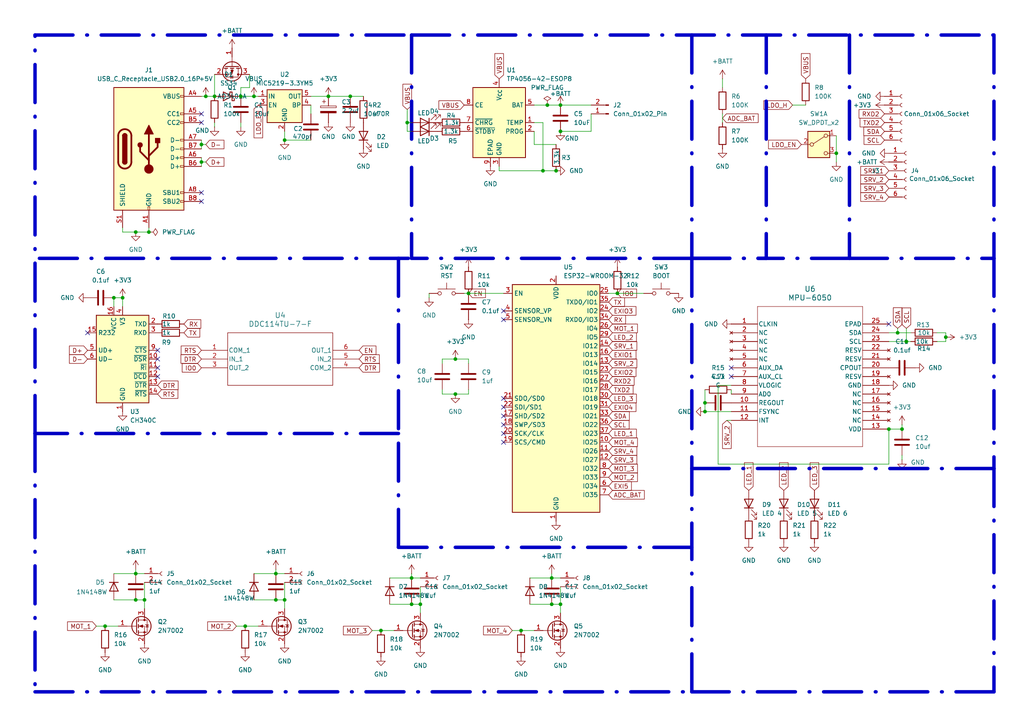
<source format=kicad_sch>
(kicad_sch (version 20250114) (generator "eeschema") (generator_version "9.0")
  (paper "A4")
  (junction (at 160.02 167.64))
  (junction (at 39.37 166.37))
  (junction (at 157.48 49.53))
  (junction (at 80.01 166.37))
  (junction (at 274.32 97.79))
  (junction (at 204.47 116.84))
  (junction (at 162.56 30.48))
  (junction (at 242.57 44.45))
  (junction (at 62.23 27.94))
  (junction (at 30.48 181.61))
  (junction (at 35.56 86.36))
  (junction (at 82.55 173.99))
  (junction (at 161.29 49.53))
  (junction (at 118.11 35.56))
  (junction (at 261.62 124.46))
  (junction (at 82.55 40.64))
  (junction (at 204.47 119.38))
  (junction (at 58.42 46.99))
  (junction (at 132.08 104.14))
  (junction (at 80.01 173.99))
  (junction (at 162.56 38.1))
  (junction (at 151.13 182.88))
  (junction (at 33.02 86.36))
  (junction (at 39.37 173.99))
  (junction (at 257.81 124.46))
  (junction (at 73.66 27.94))
  (junction (at 179.07 85.09))
  (junction (at 71.12 181.61))
  (junction (at 119.38 167.64))
  (junction (at 39.37 67.31))
  (junction (at 110.49 182.88))
  (junction (at 260.35 96.52))
  (junction (at 135.89 85.09))
  (junction (at 41.91 173.99))
  (junction (at 95.25 27.94))
  (junction (at 58.42 41.91))
  (junction (at 121.92 175.26))
  (junction (at 160.02 175.26))
  (junction (at 158.75 30.48))
  (junction (at 69.85 27.94))
  (junction (at 59.69 27.94))
  (junction (at 43.18 67.31))
  (junction (at 132.08 114.3))
  (junction (at 162.56 175.26))
  (junction (at 101.6 27.94))
  (junction (at 262.89 99.06))
  (junction (at 119.38 175.26))
  (no_connect (at 257.81 93.98))
  (no_connect (at 212.09 106.68))
  (no_connect (at 146.05 120.65))
  (no_connect (at 146.05 118.11))
  (no_connect (at 146.05 123.19))
  (no_connect (at 146.05 125.73))
  (no_connect (at 58.42 35.56))
  (no_connect (at 146.05 115.57))
  (no_connect (at 212.09 109.22))
  (no_connect (at 146.05 90.17))
  (no_connect (at 45.72 109.22))
  (no_connect (at 58.42 55.88))
  (no_connect (at 45.72 101.6))
  (no_connect (at 45.72 104.14))
  (no_connect (at 25.4 96.52))
  (no_connect (at 45.72 106.68))
  (no_connect (at 146.05 92.71))
  (no_connect (at 146.05 128.27))
  (no_connect (at 58.42 33.02))
  (no_connect (at 58.42 58.42))
  (wire (pts (xy 69.85 25.4) (xy 69.85 27.94)))
  (wire (pts (xy 260.35 95.25) (xy 260.35 96.52)))
  (wire (pts (xy 157.48 35.56) (xy 157.48 49.53)))
  (wire (pts (xy 82.55 173.99) (xy 82.55 168.91)))
  (wire (pts (xy 69.85 36.83) (xy 69.85 35.56)))
  (wire (pts (xy 160.02 166.37) (xy 160.02 167.64)))
  (polyline (pts (xy 10.16 200.66) (xy 200.66 200.66)) (stroke (width 1) (type dash_dot)))
  (wire (pts (xy 154.94 30.48) (xy 158.75 30.48)))
  (wire (pts (xy 261.62 133.35) (xy 261.62 132.08)))
  (wire (pts (xy 153.67 167.64) (xy 160.02 167.64)))
  (polyline (pts (xy 115.57 158.75) (xy 115.57 125.73)) (stroke (width 1) (type dash_dot)))
  (wire (pts (xy 157.48 49.53) (xy 144.78 49.53)))
  (wire (pts (xy 271.78 99.06) (xy 274.32 99.06)))
  (polyline (pts (xy 200.66 74.93) (xy 222.25 74.93)) (stroke (width 1) (type dash_dot)))
  (wire (pts (xy 118.11 35.56) (xy 119.38 35.56)))
  (wire (pts (xy 124.46 86.36) (xy 124.46 85.09)))
  (wire (pts (xy 33.02 88.9) (xy 33.02 86.36)))
  (polyline (pts (xy 119.38 10.16) (xy 288.29 10.16)) (stroke (width 1) (type dash_dot)))
  (polyline (pts (xy 222.25 10.16) (xy 222.25 74.93)) (stroke (width 1) (type dash_dot)))
  (polyline (pts (xy 288.29 74.93) (xy 288.29 135.89)) (stroke (width 1) (type dash_dot)))
  (wire (pts (xy 118.11 35.56) (xy 118.11 31.75)))
  (wire (pts (xy 208.28 111.76) (xy 212.09 111.76)))
  (wire (pts (xy 171.45 33.02) (xy 171.45 38.1)))
  (wire (pts (xy 208.28 134.62) (xy 208.28 111.76)))
  (wire (pts (xy 95.25 27.94) (xy 101.6 27.94)))
  (wire (pts (xy 33.02 173.99) (xy 39.37 173.99)))
  (wire (pts (xy 271.78 96.52) (xy 274.32 96.52)))
  (wire (pts (xy 90.17 27.94) (xy 95.25 27.94)))
  (wire (pts (xy 73.66 166.37) (xy 80.01 166.37)))
  (wire (pts (xy 73.66 173.99) (xy 80.01 173.99)))
  (polyline (pts (xy 288.29 135.89) (xy 200.66 135.89)) (stroke (width 1) (type dash_dot)))
  (wire (pts (xy 162.56 175.26) (xy 162.56 170.18)))
  (wire (pts (xy 154.94 41.91) (xy 154.94 38.1)))
  (wire (pts (xy 135.89 105.41) (xy 135.89 104.14)))
  (wire (pts (xy 82.55 40.64) (xy 82.55 38.1)))
  (wire (pts (xy 72.39 25.4) (xy 69.85 25.4)))
  (polyline (pts (xy 246.38 74.93) (xy 222.25 74.93)) (stroke (width 1) (type dash_dot)))
  (wire (pts (xy 118.11 38.1) (xy 118.11 35.56)))
  (wire (pts (xy 41.91 173.99) (xy 41.91 168.91)))
  (wire (pts (xy 151.13 182.88) (xy 154.94 182.88)))
  (wire (pts (xy 101.6 27.94) (xy 105.41 27.94)))
  (wire (pts (xy 59.69 41.91) (xy 58.42 41.91)))
  (wire (pts (xy 171.45 38.1) (xy 162.56 38.1)))
  (polyline (pts (xy 246.38 74.93) (xy 288.29 74.93)) (stroke (width 1) (type dash_dot)))
  (polyline (pts (xy 288.29 200.66) (xy 200.66 200.66)) (stroke (width 1) (type dash_dot)))
  (wire (pts (xy 58.42 27.94) (xy 59.69 27.94)))
  (wire (pts (xy 153.67 175.26) (xy 160.02 175.26)))
  (wire (pts (xy 39.37 165.1) (xy 39.37 166.37)))
  (wire (pts (xy 59.69 27.94) (xy 62.23 27.94)))
  (wire (pts (xy 132.08 104.14) (xy 135.89 104.14)))
  (wire (pts (xy 80.01 166.37) (xy 82.55 166.37)))
  (wire (pts (xy 261.62 123.19) (xy 261.62 124.46)))
  (wire (pts (xy 134.62 85.09) (xy 135.89 85.09)))
  (wire (pts (xy 33.02 166.37) (xy 39.37 166.37)))
  (polyline (pts (xy 200.66 158.75) (xy 115.57 158.75)) (stroke (width 1) (type dash_dot)))
  (polyline (pts (xy 10.16 125.73) (xy 10.16 200.66)) (stroke (width 1) (type dash_dot)))
  (wire (pts (xy 209.55 22.86) (xy 209.55 25.4)))
  (wire (pts (xy 144.78 49.53) (xy 144.78 48.26)))
  (wire (pts (xy 82.55 176.53) (xy 82.55 173.99)))
  (wire (pts (xy 82.55 173.99) (xy 80.01 173.99)))
  (wire (pts (xy 69.85 27.94) (xy 73.66 27.94)))
  (wire (pts (xy 107.95 182.88) (xy 110.49 182.88)))
  (wire (pts (xy 212.09 113.03) (xy 212.09 114.3)))
  (polyline (pts (xy 200.66 10.16) (xy 200.66 74.93)) (stroke (width 1) (type dash_dot)))
  (wire (pts (xy 257.81 134.62) (xy 208.28 134.62)))
  (wire (pts (xy 274.32 97.79) (xy 274.32 99.06)))
  (wire (pts (xy 121.92 175.26) (xy 121.92 170.18)))
  (wire (pts (xy 209.55 33.02) (xy 209.55 35.56)))
  (polyline (pts (xy 200.66 200.66) (xy 200.66 158.75)) (stroke (width 1) (type dash_dot)))
  (wire (pts (xy 119.38 38.1) (xy 118.11 38.1)))
  (wire (pts (xy 41.91 176.53) (xy 41.91 173.99)))
  (wire (pts (xy 72.39 21.59) (xy 72.39 25.4)))
  (polyline (pts (xy 10.16 125.73) (xy 10.16 10.16)) (stroke (width 1) (type dash_dot)))
  (wire (pts (xy 148.59 182.88) (xy 151.13 182.88)))
  (wire (pts (xy 242.57 44.45) (xy 242.57 46.99)))
  (wire (pts (xy 27.94 181.61) (xy 30.48 181.61)))
  (wire (pts (xy 160.02 167.64) (xy 162.56 167.64)))
  (polyline (pts (xy 200.66 74.93) (xy 119.38 74.93)) (stroke (width 1) (type dash_dot)))
  (wire (pts (xy 119.38 166.37) (xy 119.38 167.64)))
  (polyline (pts (xy 288.29 10.16) (xy 288.29 74.93)) (stroke (width 1) (type dash_dot)))
  (wire (pts (xy 132.08 114.3) (xy 128.27 114.3)))
  (wire (pts (xy 262.89 99.06) (xy 264.16 99.06)))
  (wire (pts (xy 161.29 41.91) (xy 154.94 41.91)))
  (polyline (pts (xy 222.25 74.93) (xy 222.25 73.66)))
  (wire (pts (xy 135.89 113.03) (xy 135.89 114.3)))
  (wire (pts (xy 33.02 86.36) (xy 35.56 86.36)))
  (wire (pts (xy 113.03 175.26) (xy 119.38 175.26)))
  (polyline (pts (xy 119.38 10.16) (xy 119.38 74.93)) (stroke (width 1) (type dash_dot)))
  (wire (pts (xy 257.81 96.52) (xy 260.35 96.52)))
  (wire (pts (xy 58.42 46.99) (xy 58.42 45.72)))
  (wire (pts (xy 119.38 167.64) (xy 121.92 167.64)))
  (wire (pts (xy 257.81 124.46) (xy 257.81 134.62)))
  (polyline (pts (xy 200.66 74.93) (xy 222.25 74.93)) (stroke (width 1) (type dash_dot)))
  (wire (pts (xy 242.57 39.37) (xy 242.57 44.45)))
  (wire (pts (xy 90.17 30.48) (xy 90.17 33.02)))
  (wire (pts (xy 30.48 181.61) (xy 34.29 181.61)))
  (wire (pts (xy 257.81 124.46) (xy 261.62 124.46)))
  (wire (pts (xy 62.23 36.83) (xy 62.23 35.56)))
  (polyline (pts (xy 200.66 74.93) (xy 200.66 158.75)) (stroke (width 1) (type dash_dot)))
  (wire (pts (xy 62.23 21.59) (xy 62.23 27.94)))
  (wire (pts (xy 58.42 46.99) (xy 58.42 48.26)))
  (wire (pts (xy 210.82 121.92) (xy 212.09 121.92)))
  (wire (pts (xy 35.56 66.04) (xy 35.56 67.31)))
  (wire (pts (xy 113.03 167.64) (xy 119.38 167.64)))
  (wire (pts (xy 43.18 66.04) (xy 43.18 67.31)))
  (wire (pts (xy 58.42 41.91) (xy 58.42 43.18)))
  (wire (pts (xy 110.49 182.88) (xy 114.3 182.88)))
  (wire (pts (xy 262.89 95.25) (xy 262.89 99.06)))
  (polyline (pts (xy 115.57 125.73) (xy 10.16 125.73)) (stroke (width 1) (type dash_dot)))
  (wire (pts (xy 68.58 181.61) (xy 71.12 181.61)))
  (wire (pts (xy 158.75 30.48) (xy 162.56 30.48)))
  (wire (pts (xy 59.69 46.99) (xy 58.42 46.99)))
  (wire (pts (xy 41.91 173.99) (xy 39.37 173.99)))
  (wire (pts (xy 162.56 175.26) (xy 160.02 175.26)))
  (wire (pts (xy 128.27 104.14) (xy 128.27 105.41)))
  (wire (pts (xy 121.92 175.26) (xy 119.38 175.26)))
  (polyline (pts (xy 11.43 74.93) (xy 119.38 74.93)) (stroke (width 1) (type dash_dot)))
  (wire (pts (xy 135.89 114.3) (xy 132.08 114.3)))
  (wire (pts (xy 39.37 67.31) (xy 43.18 67.31)))
  (wire (pts (xy 71.12 181.61) (xy 74.93 181.61)))
  (wire (pts (xy 73.66 27.94) (xy 74.93 27.94)))
  (wire (pts (xy 274.32 96.52) (xy 274.32 97.79)))
  (wire (pts (xy 132.08 104.14) (xy 128.27 104.14)))
  (wire (pts (xy 204.47 116.84) (xy 204.47 119.38)))
  (wire (pts (xy 204.47 113.03) (xy 204.47 116.84)))
  (wire (pts (xy 154.94 35.56) (xy 157.48 35.56)))
  (polyline (pts (xy 115.57 74.93) (xy 115.57 125.73)) (stroke (width 1) (type dash_dot)))
  (wire (pts (xy 128.27 114.3) (xy 128.27 113.03)))
  (wire (pts (xy 162.56 30.48) (xy 171.45 30.48)))
  (wire (pts (xy 35.56 86.36) (xy 35.56 88.9)))
  (wire (pts (xy 204.47 119.38) (xy 212.09 119.38)))
  (wire (pts (xy 121.92 177.8) (xy 121.92 175.26)))
  (wire (pts (xy 179.07 85.09) (xy 186.69 85.09)))
  (polyline (pts (xy 288.29 135.89) (xy 288.29 200.66)) (stroke (width 1) (type dash_dot)))
  (wire (pts (xy 257.81 99.06) (xy 262.89 99.06)))
  (wire (pts (xy 157.48 49.53) (xy 161.29 49.53)))
  (wire (pts (xy 260.35 96.52) (xy 264.16 96.52)))
  (wire (pts (xy 135.89 85.09) (xy 146.05 85.09)))
  (wire (pts (xy 39.37 166.37) (xy 41.91 166.37)))
  (wire (pts (xy 82.55 40.64) (xy 90.17 40.64)))
  (wire (pts (xy 162.56 177.8) (xy 162.56 175.26)))
  (wire (pts (xy 80.01 165.1) (xy 80.01 166.37)))
  (wire (pts (xy 176.53 85.09) (xy 179.07 85.09)))
  (wire (pts (xy 58.42 41.91) (xy 58.42 40.64)))
  (wire (pts (xy 35.56 67.31) (xy 39.37 67.31)))
  (wire (pts (xy 229.87 30.48) (xy 233.68 30.48)))
  (polyline (pts (xy 10.16 10.16) (xy 119.38 10.16)) (stroke (width 1) (type dash_dot)))
  (polyline (pts (xy 246.38 10.16) (xy 246.38 74.93)) (stroke (width 1) (type dash_dot)))
  (global_label "SRV_1" (shape input) (at 176.53 100.33 0) (property "Intersheetrefs" "${INTERSHEET_REFS}" (effects (hide yes))))
  (global_label "DTR" (shape input) (at 58.42 104.14 180) (property "Intersheetrefs" "${INTERSHEET_REFS}" (effects (hide yes))))
  (global_label "SRV_1" (shape input) (at 257.81 49.53 180) (property "Intersheetrefs" "${INTERSHEET_REFS}" (effects (hide yes))))
  (global_label "RTS" (shape input) (at 45.72 114.3 0) (property "Intersheetrefs" "${INTERSHEET_REFS}" (effects (hide yes))))
  (global_label "D+" (shape input) (at 59.69 46.99 0) (property "Intersheetrefs" "${INTERSHEET_REFS}" (effects (hide yes))))
  (global_label "D+" (shape input) (at 25.4 101.6 180) (property "Intersheetrefs" "${INTERSHEET_REFS}" (effects (hide yes))))
  (global_label "MOT_1" (shape input) (at 27.94 181.61 180) (property "Intersheetrefs" "${INTERSHEET_REFS}" (effects (hide yes))))
  (global_label "SRV_4" (shape input) (at 176.53 130.81 0) (property "Intersheetrefs" "${INTERSHEET_REFS}" (effects (hide yes))))
  (global_label "EN" (shape input) (at 135.89 85.09 0) (property "Intersheetrefs" "${INTERSHEET_REFS}" (effects (hide yes))))
  (global_label "RTS" (shape input) (at 58.42 101.6 180) (property "Intersheetrefs" "${INTERSHEET_REFS}" (effects (hide yes))))
  (global_label "EXIO1" (shape input) (at 176.53 102.87 0) (property "Intersheetrefs" "${INTERSHEET_REFS}" (effects (hide yes))))
  (global_label "EN" (shape input) (at 104.14 101.6 0) (property "Intersheetrefs" "${INTERSHEET_REFS}" (effects (hide yes))))
  (global_label "LED_3" (shape input) (at 176.53 115.57 0) (property "Intersheetrefs" "${INTERSHEET_REFS}" (effects (hide yes))))
  (global_label "LED_2" (shape input) (at 227.33 142.24 90) (property "Intersheetrefs" "${INTERSHEET_REFS}" (effects (hide yes))))
  (global_label "LDO_EN" (shape input) (at 232.41 41.91 180) (property "Intersheetrefs" "${INTERSHEET_REFS}" (effects (hide yes))))
  (global_label "LDO_H" (shape input) (at 229.87 30.48 180) (property "Intersheetrefs" "${INTERSHEET_REFS}" (effects (hide yes))))
  (global_label "SCL" (shape input) (at 256.54 40.64 180) (property "Intersheetrefs" "${INTERSHEET_REFS}" (effects (hide yes))))
  (global_label "SDA" (shape input) (at 256.54 38.1 180) (property "Intersheetrefs" "${INTERSHEET_REFS}" (effects (hide yes))))
  (global_label "VBUS" (shape input) (at 144.78 22.86 90) (property "Intersheetrefs" "${INTERSHEET_REFS}" (effects (hide yes))))
  (global_label "SCL" (shape input) (at 176.53 123.19 0) (property "Intersheetrefs" "${INTERSHEET_REFS}" (effects (hide yes))))
  (global_label "MOT_3" (shape input) (at 107.95 182.88 180) (property "Intersheetrefs" "${INTERSHEET_REFS}" (effects (hide yes))))
  (global_label "LED_3" (shape input) (at 236.22 142.24 90) (property "Intersheetrefs" "${INTERSHEET_REFS}" (effects (hide yes))))
  (global_label "MOT_2" (shape input) (at 176.53 138.43 0) (property "Intersheetrefs" "${INTERSHEET_REFS}" (effects (hide yes))))
  (global_label "MOT_3" (shape input) (at 176.53 135.89 0) (property "Intersheetrefs" "${INTERSHEET_REFS}" (effects (hide yes))))
  (global_label "LDO_EN" (shape input) (at 74.93 30.48 270) (property "Intersheetrefs" "${INTERSHEET_REFS}" (effects (hide yes))))
  (global_label "DTR" (shape input) (at 45.72 111.76 0) (property "Intersheetrefs" "${INTERSHEET_REFS}" (effects (hide yes))))
  (global_label "ADC_BAT" (shape input) (at 176.53 143.51 0) (property "Intersheetrefs" "${INTERSHEET_REFS}" (effects (hide yes))))
  (global_label "SCL" (shape input) (at 262.89 95.25 90) (property "Intersheetrefs" "${INTERSHEET_REFS}" (effects (hide yes))))
  (global_label "VBUS" (shape input) (at 134.62 30.48 180) (property "Intersheetrefs" "${INTERSHEET_REFS}" (effects (hide yes))))
  (global_label "D-" (shape input) (at 59.69 41.91 0) (property "Intersheetrefs" "${INTERSHEET_REFS}" (effects (hide yes))))
  (global_label "EXIO4" (shape input) (at 176.53 118.11 0) (property "Intersheetrefs" "${INTERSHEET_REFS}" (effects (hide yes))))
  (global_label "SDA" (shape input) (at 176.53 120.65 0) (property "Intersheetrefs" "${INTERSHEET_REFS}" (effects (hide yes))))
  (global_label "LED_1" (shape input) (at 176.53 125.73 0) (property "Intersheetrefs" "${INTERSHEET_REFS}" (effects (hide yes))))
  (global_label "IO0" (shape input) (at 179.07 85.09 0) (property "Intersheetrefs" "${INTERSHEET_REFS}" (effects (hide yes))))
  (global_label "TX" (shape input) (at 176.53 87.63 0) (property "Intersheetrefs" "${INTERSHEET_REFS}" (effects (hide yes))))
  (global_label "EXIO2" (shape input) (at 176.53 107.95 0) (property "Intersheetrefs" "${INTERSHEET_REFS}" (effects (hide yes))))
  (global_label "MOT_4" (shape input) (at 148.59 182.88 180) (property "Intersheetrefs" "${INTERSHEET_REFS}" (effects (hide yes))))
  (global_label "RXD2" (shape input) (at 256.54 33.02 180) (property "Intersheetrefs" "${INTERSHEET_REFS}" (effects (hide yes))))
  (global_label "EXIO3" (shape input) (at 176.53 90.17 0) (property "Intersheetrefs" "${INTERSHEET_REFS}" (effects (hide yes))))
  (global_label "SRV_3" (shape input) (at 257.81 54.61 180) (property "Intersheetrefs" "${INTERSHEET_REFS}" (effects (hide yes))))
  (global_label "MOT_1" (shape input) (at 176.53 95.25 0) (property "Intersheetrefs" "${INTERSHEET_REFS}" (effects (hide yes))))
  (global_label "LED_1" (shape input) (at 217.17 142.24 90) (property "Intersheetrefs" "${INTERSHEET_REFS}" (effects (hide yes))))
  (global_label "SRV_3" (shape input) (at 176.53 133.35 0) (property "Intersheetrefs" "${INTERSHEET_REFS}" (effects (hide yes))))
  (global_label "SRV_2" (shape input) (at 257.81 52.07 180) (property "Intersheetrefs" "${INTERSHEET_REFS}" (effects (hide yes))))
  (global_label "SDA" (shape input) (at 260.35 95.25 90) (property "Intersheetrefs" "${INTERSHEET_REFS}" (effects (hide yes))))
  (global_label "RX" (shape input) (at 176.53 92.71 0) (property "Intersheetrefs" "${INTERSHEET_REFS}" (effects (hide yes))))
  (global_label "VBUS" (shape input) (at 118.11 31.75 90) (property "Intersheetrefs" "${INTERSHEET_REFS}" (effects (hide yes))))
  (global_label "RTS" (shape input) (at 104.14 104.14 0) (property "Intersheetrefs" "${INTERSHEET_REFS}" (effects (hide yes))))
  (global_label "SRV_4" (shape input) (at 257.81 57.15 180) (property "Intersheetrefs" "${INTERSHEET_REFS}" (effects (hide yes))))
  (global_label "SRV_2" (shape input) (at 210.82 121.92 270) (property "Intersheetrefs" "${INTERSHEET_REFS}" (effects (hide yes))))
  (global_label "EXI5" (shape input) (at 176.53 140.97 0) (property "Intersheetrefs" "${INTERSHEET_REFS}" (effects (hide yes))))
  (global_label "TXD2" (shape input) (at 176.53 113.03 0) (property "Intersheetrefs" "${INTERSHEET_REFS}" (effects (hide yes))))
  (global_label "RXD2" (shape input) (at 176.53 110.49 0) (property "Intersheetrefs" "${INTERSHEET_REFS}" (effects (hide yes))))
  (global_label "TXD2" (shape input) (at 256.54 35.56 180) (property "Intersheetrefs" "${INTERSHEET_REFS}" (effects (hide yes))))
  (global_label "MOT_4" (shape input) (at 176.53 128.27 0) (property "Intersheetrefs" "${INTERSHEET_REFS}" (effects (hide yes))))
  (global_label "DTR" (shape input) (at 104.14 106.68 0) (property "Intersheetrefs" "${INTERSHEET_REFS}" (effects (hide yes))))
  (global_label "MOT_2" (shape input) (at 68.58 181.61 180) (property "Intersheetrefs" "${INTERSHEET_REFS}" (effects (hide yes))))
  (global_label "SRV_2" (shape input) (at 176.53 105.41 0) (property "Intersheetrefs" "${INTERSHEET_REFS}" (effects (hide yes))))
  (global_label "LED_2" (shape input) (at 176.53 97.79 0) (property "Intersheetrefs" "${INTERSHEET_REFS}" (effects (hide yes))))
  (global_label "RX" (shape input) (at 53.34 93.98 0) (property "Intersheetrefs" "${INTERSHEET_REFS}" (effects (hide yes))))
  (global_label "ADC_BAT" (shape input) (at 209.55 34.29 0) (property "Intersheetrefs" "${INTERSHEET_REFS}" (effects (hide yes))))
  (global_label "VBUS" (shape input) (at 233.68 22.86 90) (property "Intersheetrefs" "${INTERSHEET_REFS}" (effects (hide yes))))
  (global_label "IO0" (shape input) (at 58.42 106.68 180) (property "Intersheetrefs" "${INTERSHEET_REFS}" (effects (hide yes))))
  (global_label "D-" (shape input) (at 25.4 104.14 180) (property "Intersheetrefs" "${INTERSHEET_REFS}" (effects (hide yes))))
  (global_label "TX" (shape input) (at 53.34 96.52 0) (property "Intersheetrefs" "${INTERSHEET_REFS}" (effects (hide yes))))
  (symbol (lib_id "power:GND") (at 69.85 36.83 0) (unit 1)
    (property "Reference" "#PWR05" (effects (hide yes)))
    (property "Value" "GND" (at 69.85 41.91 0))
    (property "Description" "Power symbol creates a global label with name \"GND\" , ground" (effects (hide yes)))
  )
  (symbol (lib_id "Device:LED") (at 236.22 146.05 90) (unit 1)
    (property "Reference" "D11" (at 240.03 146.3674 90) (effects (justify right)))
    (property "Value" "LED 6" (at 240.03 148.9074 90) (effects (justify right)))
    (property "Footprint" "LED_SMD:LED_0603_1608Metric" (effects (hide yes)))
    (property "Description" "Light emitting diode" (effects (hide yes)))
    (property "Sim.Pins" "1=K 2=A" (effects (hide yes)))
  )
  (symbol (lib_id "2025-10-27_02-14-46:DDC114TU-7-F") (at 58.42 101.6 0) (unit 1)
    (property "Reference" "U4" (at 81.28 91.44 0) (effects (font (size 1.524 1.524))))
    (property "Value" "DDC114TU-7-F" (at 81.28 93.98 0) (effects (font (size 1.524 1.524))))
    (property "Footprint" "DDC:SOT_363_DIO" (effects (hide yes)))
    (property "Datasheet" "DDC114TU-7-F" (effects (hide yes)))
  )
  (symbol (lib_id "Device:R") (at 209.55 39.37 0) (unit 1)
    (property "Reference" "R7" (at 212.09 38.0999 0) (effects (justify left)))
    (property "Value" "100K" (at 212.09 40.6399 0) (effects (justify left)))
    (property "Footprint" "Resistor_SMD:R_0603_1608Metric" (effects (hide yes)))
    (property "Description" "Resistor" (effects (hide yes)))
  )
  (symbol (lib_id "Connector:Conn_01x06_Socket") (at 262.89 49.53 0) (unit 1)
    (property "Reference" "J4" (at 264.16 49.5299 0) (effects (justify left)))
    (property "Value" "Conn_01x06_Socket" (at 263.652 51.816 0) (effects (justify left)))
    (property "Footprint" "Connector_PinHeader_2.54mm:PinHeader_1x06_P2.54mm_Vertical" (effects (hide yes)))
    (property "Description" "Generic connector, single row, 01x06, script generated" (effects (hide yes)))
  )
  (symbol (lib_id "Device:R") (at 130.81 35.56 90) (unit 1)
    (property "Reference" "R4" (at 130.81 33.528 90))
    (property "Value" "1.3k" (at 131.064 35.56 90))
    (property "Footprint" "Resistor_SMD:R_0603_1608Metric" (effects (hide yes)))
    (property "Description" "Resistor" (effects (hide yes)))
  )
  (symbol (lib_id "power:+BATT") (at 160.02 166.37 0) (unit 1)
    (property "Reference" "#PWR051" (effects (hide yes)))
    (property "Value" "+BATT" (at 160.02 161.29 0))
    (property "Description" "Power symbol creates a global label with name \"+BATT\"" (effects (hide yes)))
  )
  (symbol (lib_id "Transistor_FET:2N7002") (at 160.02 182.88 0) (unit 1)
    (property "Reference" "Q5" (at 166.37 181.6099 0) (effects (justify left)))
    (property "Value" "2N7002" (at 166.37 184.1499 0) (effects (justify left)))
    (property "Footprint" "Package_TO_SOT_SMD:SOT-23" (effects (hide yes)))
    (property "Datasheet" "https://www.onsemi.com/pub/Collateral/NDS7002A-D.PDF" (effects (hide yes)))
    (property "Description" "0.115A Id, 60V Vds, N-Channel MOSFET, SOT-23" (effects (hide yes)))
  )
  (symbol (lib_id "power:+3V3") (at 95.25 27.94 0) (unit 1)
    (property "Reference" "#PWR08" (effects (hide yes)))
    (property "Value" "+3V3" (at 95.25 22.86 0))
    (property "Description" "Power symbol creates a global label with name \"+3V3\"" (effects (hide yes)))
  )
  (symbol (lib_id "power:GND") (at 261.62 133.35 0) (unit 1)
    (property "Reference" "#PWR038" (effects (hide yes)))
    (property "Value" "GND" (at 266.192 134.112 0))
    (property "Description" "Power symbol creates a global label with name \"GND\" , ground" (effects (hide yes)))
  )
  (symbol (lib_id "Device:LED") (at 227.33 146.05 90) (unit 1)
    (property "Reference" "D10" (at 231.14 146.3674 90) (effects (justify right)))
    (property "Value" "LED 5" (at 231.14 148.9074 90) (effects (justify right)))
    (property "Footprint" "LED_SMD:LED_0603_1608Metric" (effects (hide yes)))
    (property "Description" "Light emitting diode" (effects (hide yes)))
    (property "Sim.Pins" "1=K 2=A" (effects (hide yes)))
  )
  (symbol (lib_id "Device:C") (at 29.21 86.36 90) (unit 1)
    (property "Reference" "C6" (at 29.21 78.74 90))
    (property "Value" "0.1uf" (at 29.21 81.28 90))
    (property "Footprint" "Capacitor_SMD:C_0603_1608Metric" (effects (hide yes)))
    (property "Description" "Unpolarized capacitor" (effects (hide yes)))
  )
  (symbol (lib_id "Diode:1N4148W") (at 33.02 170.18 270) (unit 1)
    (property "Reference" "D5" (at 27.686 168.91 90) (effects (justify left)))
    (property "Value" "1N4148W" (at 22.098 171.704 90) (effects (justify left)))
    (property "Footprint" "Diode_SMD:D_SOD-123" (effects (hide yes)))
    (property "Datasheet" "https://www.vishay.com/docs/85748/1n4148w.pdf" (effects (hide yes)))
    (property "Description" "75V 0.15A Fast Switching Diode, SOD-123" (effects (hide yes)))
    (property "Sim.Device" "D" (effects (hide yes)))
    (property "Sim.Pins" "1=K 2=A" (effects (hide yes)))
  )
  (symbol (lib_id "Device:LED") (at 123.19 35.56 180) (unit 1)
    (property "Reference" "D4" (at 125.984 32.258 0))
    (property "Value" "LED" (at 122.936 32.766 0))
    (property "Footprint" "LED_SMD:LED_0603_1608Metric" (effects (hide yes)))
    (property "Description" "Light emitting diode" (effects (hide yes)))
    (property "Sim.Pins" "1=K 2=A" (effects (hide yes)))
  )
  (symbol (lib_id "power:GND") (at 25.4 86.36 270) (unit 1)
    (property "Reference" "#PWR025" (effects (hide yes)))
    (property "Value" "GND" (at 21.59 86.3599 90) (effects (justify right)))
    (property "Description" "Power symbol creates a global label with name \"GND\" , ground" (effects (hide yes)))
  )
  (symbol (lib_id "power:GND") (at 71.12 189.23 0) (unit 1)
    (property "Reference" "#PWR044" (effects (hide yes)))
    (property "Value" "GND" (at 71.12 194.31 0))
    (property "Description" "Power symbol creates a global label with name \"GND\" , ground" (effects (hide yes)))
  )
  (symbol (lib_id "Device:C") (at 101.6 31.75 0) (unit 1)
    (property "Reference" "C4" (at 105.41 30.4799 0) (effects (justify left)))
    (property "Value" "10uf" (at 105.41 33.0199 0) (effects (justify left)))
    (property "Footprint" "Capacitor_SMD:C_0603_1608Metric" (effects (hide yes)))
    (property "Description" "Unpolarized capacitor" (effects (hide yes)))
  )
  (symbol (lib_id "power:+BATT") (at 209.55 22.86 0) (unit 1)
    (property "Reference" "#PWR016" (effects (hide yes)))
    (property "Value" "+BATT" (at 209.55 17.78 0))
    (property "Description" "Power symbol creates a global label with name \"+BATT\"" (effects (hide yes)))
  )
  (symbol (lib_id "power:PWR_FLAG") (at 158.75 30.48 0) (unit 1)
    (property "Reference" "#FLG02" (effects (hide yes)))
    (property "Value" "PWR_FLAG" (at 158.75 25.4 0))
    (property "Description" "Special symbol for telling ERC where power comes from" (effects (hide yes)))
  )
  (symbol (lib_id "Device:R") (at 151.13 186.69 0) (unit 1)
    (property "Reference" "R19" (at 153.67 185.4199 0) (effects (justify left)))
    (property "Value" "10k" (at 153.67 187.9599 0) (effects (justify left)))
    (property "Footprint" "Resistor_SMD:R_0603_1608Metric" (effects (hide yes)))
    (property "Description" "Resistor" (effects (hide yes)))
  )
  (symbol (lib_id "power:+BATT") (at 119.38 166.37 0) (unit 1)
    (property "Reference" "#PWR048" (effects (hide yes)))
    (property "Value" "+BATT" (at 119.38 161.29 0))
    (property "Description" "Power symbol creates a global label with name \"+BATT\"" (effects (hide yes)))
  )
  (symbol (lib_id "power:GND") (at 161.29 49.53 90) (unit 1)
    (property "Reference" "#PWR012" (effects (hide yes)))
    (property "Value" "GND" (at 165.1 49.5299 90) (effects (justify right)))
    (property "Description" "Power symbol creates a global label with name \"GND\" , ground" (effects (hide yes)))
  )
  (symbol (lib_id "Device:R") (at 227.33 153.67 0) (unit 1)
    (property "Reference" "R21" (at 229.87 152.3999 0) (effects (justify left)))
    (property "Value" "1k" (at 229.87 154.9399 0) (effects (justify left)))
    (property "Footprint" "Resistor_SMD:R_0603_1608Metric" (effects (hide yes)))
    (property "Description" "Resistor" (effects (hide yes)))
  )
  (symbol (lib_id "power:GND") (at 41.91 186.69 0) (unit 1)
    (property "Reference" "#PWR041" (effects (hide yes)))
    (property "Value" "GND" (at 41.91 191.77 0))
    (property "Description" "Power symbol creates a global label with name \"GND\" , ground" (effects (hide yes)))
  )
  (symbol (lib_id "power:+3V3") (at 35.56 86.36 0) (unit 1)
    (property "Reference" "#PWR024" (effects (hide yes)))
    (property "Value" "+3V3" (at 35.56 81.28 0))
    (property "Description" "Power symbol creates a global label with name \"+3V3\"" (effects (hide yes)))
  )
  (symbol (lib_id "Switch:SW_Push") (at 129.54 85.09 0) (unit 1)
    (property "Reference" "SW2" (at 129.54 77.47 0))
    (property "Value" "RST" (at 129.54 80.01 0))
    (property "Footprint" "Button_Switch_THT:SW_PUSH_6mm" (effects (hide yes)))
    (property "Description" "Push button switch, generic, two pins" (effects (hide yes)))
  )
  (symbol (lib_id "Device:R") (at 236.22 153.67 0) (unit 1)
    (property "Reference" "R22" (at 238.76 152.3999 0) (effects (justify left)))
    (property "Value" "1k" (at 238.76 154.9399 0) (effects (justify left)))
    (property "Footprint" "Resistor_SMD:R_0603_1608Metric" (effects (hide yes)))
    (property "Description" "Resistor" (effects (hide yes)))
  )
  (symbol (lib_id "power:GND") (at 209.55 43.18 0) (unit 1)
    (property "Reference" "#PWR017" (effects (hide yes)))
    (property "Value" "GND" (at 209.55 48.26 0))
    (property "Description" "Power symbol creates a global label with name \"GND\" , ground" (effects (hide yes)))
  )
  (symbol (lib_id "Diode:1N4148W") (at 153.67 171.45 270) (unit 1)
    (property "Reference" "D8" (at 156.21 170.1799 90) (effects (justify left)))
    (property "Value" "1N4148W" (at 156.21 172.7199 90) (effects (justify left)))
    (property "Footprint" "Diode_SMD:D_SOD-123" (effects (hide yes)))
    (property "Datasheet" "https://www.vishay.com/docs/85748/1n4148w.pdf" (effects (hide yes)))
    (property "Description" "75V 0.15A Fast Switching Diode, SOD-123" (effects (hide yes)))
    (property "Sim.Device" "D" (effects (hide yes)))
    (property "Sim.Pins" "1=K 2=A" (effects (hide yes)))
  )
  (symbol (lib_id "power:GND") (at 257.81 111.76 90) (unit 1)
    (property "Reference" "#PWR037" (effects (hide yes)))
    (property "Value" "GND" (at 261.62 111.7599 90) (effects (justify right)))
    (property "Description" "Power symbol creates a global label with name \"GND\" , ground" (effects (hide yes)))
  )
  (symbol (lib_id "power:GND") (at 132.08 114.3 0) (unit 1)
    (property "Reference" "#PWR030" (effects (hide yes)))
    (property "Value" "GND" (at 132.08 119.38 0))
    (property "Description" "Power symbol creates a global label with name \"GND\" , ground" (effects (hide yes)))
  )
  (symbol (lib_id "power:GND") (at 161.29 151.13 0) (unit 1)
    (property "Reference" "#PWR031" (effects (hide yes)))
    (property "Value" "GND" (at 161.29 156.21 0))
    (property "Description" "Power symbol creates a global label with name \"GND\" , ground" (effects (hide yes)))
  )
  (symbol (lib_id "Connector:Conn_01x02_Pin") (at 176.53 33.02 180) (unit 1)
    (property "Reference" "J2" (at 177.8 30.4799 0) (effects (justify right)))
    (property "Value" "Conn_01x02_Pin" (at 177.8 33.0199 0) (effects (justify right)))
    (property "Footprint" "Connector_PinHeader_2.54mm:PinHeader_1x02_P2.54mm_Vertical" (effects (hide yes)))
    (property "Description" "Generic connector, single row, 01x02, script generated" (effects (hide yes)))
  )
  (symbol (lib_id "Device:C") (at 208.28 116.84 90) (unit 1)
    (property "Reference" "C13" (at 208.28 109.22 90))
    (property "Value" "C" (at 208.28 111.76 90))
    (property "Footprint" "Capacitor_SMD:C_0603_1608Metric" (effects (hide yes)))
    (property "Description" "Unpolarized capacitor" (effects (hide yes)))
  )
  (symbol (lib_id "Device:C") (at 162.56 34.29 0) (unit 1)
    (property "Reference" "C5" (at 166.37 33.0199 0) (effects (justify left)))
    (property "Value" "10uF" (at 166.37 35.5599 0) (effects (justify left)))
    (property "Footprint" "Capacitor_SMD:C_0603_1608Metric" (effects (hide yes)))
    (property "Description" "Unpolarized capacitor" (effects (hide yes)))
  )
  (symbol (lib_id "power:+3V3") (at 135.89 77.47 0) (unit 1)
    (property "Reference" "#PWR026" (effects (hide yes)))
    (property "Value" "+3V3" (at 135.89 72.39 0))
    (property "Description" "Power symbol creates a global label with name \"+3V3\"" (effects (hide yes)))
  )
  (symbol (lib_id "power:GND") (at 236.22 157.48 0) (unit 1)
    (property "Reference" "#PWR055" (effects (hide yes)))
    (property "Value" "GND" (at 236.22 162.56 0))
    (property "Description" "Power symbol creates a global label with name \"GND\" , ground" (effects (hide yes)))
  )
  (symbol (lib_id "Connector:Conn_01x02_Socket") (at 167.64 167.64 0) (unit 1)
    (property "Reference" "J8" (at 168.91 167.6399 0) (effects (justify left)))
    (property "Value" "Conn_01x02_Socket" (at 168.91 170.1799 0) (effects (justify left)))
    (property "Footprint" "Connector_PinHeader_2.54mm:PinHeader_1x02_P2.54mm_Vertical" (effects (hide yes)))
    (property "Description" "Generic connector, single row, 01x02, script generated" (effects (hide yes)))
  )
  (symbol (lib_id "Diode:1N4148W") (at 113.03 171.45 270) (unit 1)
    (property "Reference" "D7" (at 115.57 170.1799 90) (effects (justify left)))
    (property "Value" "1N4148W" (at 115.57 172.7199 90) (effects (justify left)))
    (property "Footprint" "Diode_SMD:D_SOD-123" (effects (hide yes)))
    (property "Datasheet" "https://www.vishay.com/docs/85748/1n4148w.pdf" (effects (hide yes)))
    (property "Description" "75V 0.15A Fast Switching Diode, SOD-123" (effects (hide yes)))
    (property "Sim.Device" "D" (effects (hide yes)))
    (property "Sim.Pins" "1=K 2=A" (effects (hide yes)))
  )
  (symbol (lib_id "Device:LED") (at 123.19 38.1 180) (unit 1)
    (property "Reference" "D3" (at 125.984 40.132 0))
    (property "Value" "LED" (at 122.936 40.894 0))
    (property "Footprint" "LED_SMD:LED_0603_1608Metric" (effects (hide yes)))
    (property "Description" "Light emitting diode" (effects (hide yes)))
    (property "Sim.Pins" "1=K 2=A" (effects (hide yes)))
  )
  (symbol (lib_id "Device:R") (at 179.07 81.28 0) (unit 1)
    (property "Reference" "R12" (at 181.61 80.0099 0) (effects (justify left)))
    (property "Value" "10k" (at 181.61 82.5499 0) (effects (justify left)))
    (property "Footprint" "Resistor_SMD:R_0603_1608Metric" (effects (hide yes)))
    (property "Description" "Resistor" (effects (hide yes)))
  )
  (symbol (lib_id "power:+BATT") (at 39.37 165.1 0) (unit 1)
    (property "Reference" "#PWR043" (effects (hide yes)))
    (property "Value" "+BATT" (at 39.37 160.02 0))
    (property "Description" "Power symbol creates a global label with name \"+BATT\"" (effects (hide yes)))
  )
  (symbol (lib_id "power:+3V3") (at 256.54 30.48 90) (unit 1)
    (property "Reference" "#PWR022" (effects (hide yes)))
    (property "Value" "+3V3" (at 252.73 30.4799 90) (effects (justify left)))
    (property "Description" "Power symbol creates a global label with name \"+3V3\"" (effects (hide yes)))
  )
  (symbol (lib_id "Device:R") (at 161.29 45.72 0) (unit 1)
    (property "Reference" "R3" (at 162.814 45.72 0) (effects (justify left)))
    (property "Value" "3.3k" (at 161.544 47.752 90) (effects (justify left)))
    (property "Footprint" "Resistor_SMD:R_0603_1608Metric" (effects (hide yes)))
    (property "Description" "Resistor" (effects (hide yes)))
  )
  (symbol (lib_id "power:GND") (at 121.92 187.96 0) (unit 1)
    (property "Reference" "#PWR049" (effects (hide yes)))
    (property "Value" "GND" (at 121.92 193.04 0))
    (property "Description" "Power symbol creates a global label with name \"GND\" , ground" (effects (hide yes)))
  )
  (symbol (lib_id "Device:R") (at 30.48 185.42 0) (unit 1)
    (property "Reference" "R16" (at 33.02 184.1499 0) (effects (justify left)))
    (property "Value" "10k" (at 33.02 186.6899 0) (effects (justify left)))
    (property "Footprint" "Resistor_SMD:R_0603_1608Metric" (effects (hide yes)))
    (property "Description" "Resistor" (effects (hide yes)))
  )
  (symbol (lib_id "power:GND") (at 82.55 186.69 0) (unit 1)
    (property "Reference" "#PWR046" (effects (hide yes)))
    (property "Value" "GND" (at 82.55 191.77 0))
    (property "Description" "Power symbol creates a global label with name \"GND\" , ground" (effects (hide yes)))
  )
  (symbol (lib_id "Transistor_FET:2N7002") (at 119.38 182.88 0) (unit 1)
    (property "Reference" "Q4" (at 125.73 181.6099 0) (effects (justify left)))
    (property "Value" "2N7002" (at 125.73 184.1499 0) (effects (justify left)))
    (property "Footprint" "Package_TO_SOT_SMD:SOT-23" (effects (hide yes)))
    (property "Datasheet" "https://www.onsemi.com/pub/Collateral/NDS7002A-D.PDF" (effects (hide yes)))
    (property "Description" "0.115A Id, 60V Vds, N-Channel MOSFET, SOT-23" (effects (hide yes)))
  )
  (symbol (lib_id "Device:R") (at 233.68 26.67 0) (unit 1)
    (property "Reference" "R8" (at 236.22 25.3999 0) (effects (justify left)))
    (property "Value" "100K" (at 236.22 27.9399 0) (effects (justify left)))
    (property "Footprint" "Resistor_SMD:R_0603_1608Metric" (effects (hide yes)))
    (property "Description" "Resistor" (effects (hide yes)))
  )
  (symbol (lib_id "Device:R") (at 267.97 96.52 90) (unit 1)
    (property "Reference" "R13" (at 267.716 94.234 90))
    (property "Value" "10k" (at 267.97 96.52 90))
    (property "Footprint" "Resistor_SMD:R_0603_1608Metric" (effects (hide yes)))
    (property "Description" "Resistor" (effects (hide yes)))
  )
  (symbol (lib_id "Device:C") (at 39.37 170.18 0) (unit 1)
    (property "Reference" "C14" (at 43.18 168.9099 0) (effects (justify left)))
    (property "Value" "1uf" (at 43.18 171.4499 0) (effects (justify left)))
    (property "Footprint" "Capacitor_SMD:C_0603_1608Metric" (effects (hide yes)))
    (property "Description" "Unpolarized capacitor" (effects (hide yes)))
  )
  (symbol (lib_id "power:GND") (at 135.89 92.71 0) (unit 1)
    (property "Reference" "#PWR027" (effects (hide yes)))
    (property "Value" "GND" (at 135.89 97.79 0))
    (property "Description" "Power symbol creates a global label with name \"GND\" , ground" (effects (hide yes)))
  )
  (symbol (lib_id "Device:R") (at 110.49 186.69 0) (unit 1)
    (property "Reference" "R18" (at 113.03 185.4199 0) (effects (justify left)))
    (property "Value" "10k" (at 113.03 187.9599 0) (effects (justify left)))
    (property "Footprint" "Resistor_SMD:R_0603_1608Metric" (effects (hide yes)))
    (property "Description" "Resistor" (effects (hide yes)))
  )
  (symbol (lib_id "power:GND") (at 35.56 119.38 0) (unit 1)
    (property "Reference" "#PWR023" (effects (hide yes)))
    (property "Value" "GND" (at 35.56 124.46 0))
    (property "Description" "Power symbol creates a global label with name \"GND\" , ground" (effects (hide yes)))
  )
  (symbol (lib_id "power:GND") (at 105.41 43.18 0) (unit 1)
    (property "Reference" "#PWR011" (effects (hide yes)))
    (property "Value" "GND" (at 105.41 48.26 0))
    (property "Description" "Power symbol creates a global label with name \"GND\" , ground" (effects (hide yes)))
  )
  (symbol (lib_id "power:+BATT") (at 67.31 13.97 0) (unit 1)
    (property "Reference" "#PWR04" (effects (hide yes)))
    (property "Value" "+BATT" (at 67.31 8.89 0))
    (property "Description" "Power symbol creates a global label with name \"+BATT\"" (effects (hide yes)))
  )
  (symbol (lib_id "power:GND") (at 142.24 48.26 0) (unit 1)
    (property "Reference" "#PWR015" (effects (hide yes)))
    (property "Value" "GND" (at 142.24 53.34 0))
    (property "Description" "Power symbol creates a global label with name \"GND\" , ground" (effects (hide yes)))
  )
  (symbol (lib_id "power:VBUS") (at 73.66 27.94 0) (unit 1)
    (property "Reference" "#PWR06" (effects (hide yes)))
    (property "Value" "VBUS" (at 73.66 22.86 0))
    (property "Description" "Power symbol creates a global label with name \"VBUS\"" (effects (hide yes)))
  )
  (symbol (lib_id "Regulator_Linear:MIC5219-3.3YM5") (at 82.55 30.48 0) (unit 1)
    (property "Reference" "U2" (at 82.55 21.59 0))
    (property "Value" "MIC5219-3.3YM5" (at 82.55 24.13 0))
    (property "Footprint" "Package_TO_SOT_SMD:SOT-23-5" (effects (hide yes)))
    (property "Datasheet" "http://ww1.microchip.com/downloads/en/DeviceDoc/MIC5219-500mA-Peak-Output-LDO-Regulator-DS20006021A.pdf" (effects (hide yes)))
    (property "Description" "500mA low dropout linear regulator, fixed 3.3V output, SOT-23-5" (effects (hide yes)))
  )
  (symbol (lib_id "Device:C") (at 90.17 36.83 0) (unit 1)
    (property "Reference" "C2" (at 85.09 37.338 0) (effects (justify left)))
    (property "Value" "470pf" (at 84.836 39.624 0) (effects (justify left)))
    (property "Footprint" "Capacitor_SMD:C_0603_1608Metric" (effects (hide yes)))
    (property "Description" "Unpolarized capacitor" (effects (hide yes)))
  )
  (symbol (lib_id "Device:R") (at 209.55 29.21 0) (unit 1)
    (property "Reference" "R6" (at 212.09 27.9399 0) (effects (justify left)))
    (property "Value" "100K" (at 212.09 30.4799 0) (effects (justify left)))
    (property "Footprint" "Resistor_SMD:R_0603_1608Metric" (effects (hide yes)))
    (property "Description" "Resistor" (effects (hide yes)))
  )
  (symbol (lib_id "power:GND") (at 212.09 93.98 270) (unit 1)
    (property "Reference" "#PWR034" (effects (hide yes)))
    (property "Value" "GND" (at 208.28 93.9799 90) (effects (justify right)))
    (property "Description" "Power symbol creates a global label with name \"GND\" , ground" (effects (hide yes)))
  )
  (symbol (lib_id "Connector:Conn_01x02_Socket") (at 127 167.64 0) (unit 1)
    (property "Reference" "J7" (at 128.27 167.6399 0) (effects (justify left)))
    (property "Value" "Conn_01x02_Socket" (at 128.27 170.1799 0) (effects (justify left)))
    (property "Footprint" "Connector_PinHeader_2.54mm:PinHeader_1x02_P2.54mm_Vertical" (effects (hide yes)))
    (property "Description" "Generic connector, single row, 01x02, script generated" (effects (hide yes)))
  )
  (symbol (lib_id "power:GND") (at 256.54 27.94 270) (unit 1)
    (property "Reference" "#PWR021" (effects (hide yes)))
    (property "Value" "GND" (at 252.73 27.9399 90) (effects (justify right)))
    (property "Description" "Power symbol creates a global label with name \"GND\" , ground" (effects (hide yes)))
  )
  (symbol (lib_id "power:GND") (at 162.56 38.1 0) (unit 1)
    (property "Reference" "#PWR014" (effects (hide yes)))
    (property "Value" "GND" (at 165.862 40.132 0))
    (property "Description" "Power symbol creates a global label with name \"GND\" , ground" (effects (hide yes)))
  )
  (symbol (lib_id "Device:R") (at 49.53 96.52 90) (unit 1)
    (property "Reference" "R9" (at 48.26 99.314 90))
    (property "Value" "1k" (at 48.26 96.52 90))
    (property "Footprint" "Resistor_SMD:R_0603_1608Metric" (effects (hide yes)))
    (property "Description" "Resistor" (effects (hide yes)))
  )
  (symbol (lib_id "Device:C") (at 261.62 106.68 90) (unit 1)
    (property "Reference" "C11" (at 261.62 99.06 90))
    (property "Value" "0.1uf" (at 261.62 101.6 90))
    (property "Footprint" "Capacitor_SMD:C_0603_1608Metric" (effects (hide yes)))
    (property "Description" "Unpolarized capacitor" (effects (hide yes)))
  )
  (symbol (lib_id "power:+3V3") (at 274.32 97.79 270) (unit 1)
    (property "Reference" "#PWR035" (effects (hide yes)))
    (property "Value" "+3V3" (at 278.13 97.7899 90) (effects (justify left)))
    (property "Description" "Power symbol creates a global label with name \"+3V3\"" (effects (hide yes)))
  )
  (symbol (lib_id "Transistor_FET:2N7002") (at 39.37 181.61 0) (unit 1)
    (property "Reference" "Q2" (at 45.72 180.3399 0) (effects (justify left)))
    (property "Value" "2N7002" (at 45.72 182.8799 0) (effects (justify left)))
    (property "Footprint" "Package_TO_SOT_SMD:SOT-23" (effects (hide yes)))
    (property "Datasheet" "https://www.onsemi.com/pub/Collateral/NDS7002A-D.PDF" (effects (hide yes)))
    (property "Description" "0.115A Id, 60V Vds, N-Channel MOSFET, SOT-23" (effects (hide yes)))
  )
  (symbol (lib_id "Diode:1N4148W") (at 73.66 170.18 270) (unit 1)
    (property "Reference" "D6" (at 68.58 171.704 90) (effects (justify left)))
    (property "Value" "1N4148W" (at 64.77 173.482 90) (effects (justify left)))
    (property "Footprint" "Diode_SMD:D_SOD-123" (effects (hide yes)))
    (property "Datasheet" "https://www.vishay.com/docs/85748/1n4148w.pdf" (effects (hide yes)))
    (property "Description" "75V 0.15A Fast Switching Diode, SOD-123" (effects (hide yes)))
    (property "Sim.Device" "D" (effects (hide yes)))
    (property "Sim.Pins" "1=K 2=A" (effects (hide yes)))
  )
  (symbol (lib_id "power:GND") (at 217.17 157.48 0) (unit 1)
    (property "Reference" "#PWR053" (effects (hide yes)))
    (property "Value" "GND" (at 217.17 162.56 0))
    (property "Description" "Power symbol creates a global label with name \"GND\" , ground" (effects (hide yes)))
  )
  (symbol (lib_id "power:+BATT") (at 162.56 30.48 0) (unit 1)
    (property "Reference" "#PWR013" (effects (hide yes)))
    (property "Value" "+BATT" (at 162.56 27.178 0))
    (property "Description" "Power symbol creates a global label with name \"+BATT\"" (effects (hide yes)))
  )
  (symbol (lib_id "Battery_Management:TP4056-42-ESOP8") (at 144.78 35.56 0) (unit 1)
    (property "Reference" "U1" (at 146.9233 20.32 0) (effects (justify left)))
    (property "Value" "TP4056-42-ESOP8" (at 146.9233 22.86 0) (effects (justify left)))
    (property "Footprint" "Package_SO:SOIC-8-1EP_3.9x4.9mm_P1.27mm_EP2.41x3.3mm_ThermalVias" (effects (hide yes)))
    (property "Datasheet" "https://www.lcsc.com/datasheet/lcsc_datasheet_2410121619_TOPPOWER-Nanjing-Extension-Microelectronics-TP4056-42-ESOP8_C16581.pdf" (effects (hide yes)))
    (property "Description" "1A Standalone Linear Li-ion/LiPo single-cell battery charger, 4.2V ±1% charge voltage, VCC = 4.0..8.0V, SOIC-8 (SOP-8)" (effects (hide yes)))
  )
  (symbol (lib_id "power:GND") (at 30.48 189.23 0) (unit 1)
    (property "Reference" "#PWR042" (effects (hide yes)))
    (property "Value" "GND" (at 30.48 194.31 0))
    (property "Description" "Power symbol creates a global label with name \"GND\" , ground" (effects (hide yes)))
  )
  (symbol (lib_id "Device:R") (at 135.89 81.28 0) (unit 1)
    (property "Reference" "R11" (at 138.43 80.0099 0) (effects (justify left)))
    (property "Value" "10k" (at 138.43 82.5499 0) (effects (justify left)))
    (property "Footprint" "Resistor_SMD:R_0603_1608Metric" (effects (hide yes)))
    (property "Description" "Resistor" (effects (hide yes)))
  )
  (symbol (lib_id "power:GND") (at 82.55 40.64 0) (unit 1)
    (property "Reference" "#PWR07" (effects (hide yes)))
    (property "Value" "GND" (at 82.55 45.72 0))
    (property "Description" "Power symbol creates a global label with name \"GND\" , ground" (effects (hide yes)))
  )
  (symbol (lib_id "power:+BATT") (at 257.81 46.99 90) (unit 1)
    (property "Reference" "#PWR020" (effects (hide yes)))
    (property "Value" "+BATT" (at 254.508 46.99 90) (effects (justify left)))
    (property "Description" "Power symbol creates a global label with name \"+BATT\"" (effects (hide yes)))
  )
  (symbol (lib_id "Switch:SW_DPDT_x2") (at 237.49 41.91 0) (unit 1)
    (property "Reference" "SW1" (at 237.49 33.02 0))
    (property "Value" "SW_DPDT_x2" (at 237.49 35.56 0))
    (property "Footprint" "Button_Switch_THT:SW_PUSH_6mm" (effects (hide yes)))
    (property "Description" "Switch, dual pole double throw, separate symbols" (effects (hide yes)))
  )
  (symbol (lib_id "power:+3V3") (at 132.08 104.14 0) (unit 1)
    (property "Reference" "#PWR029" (effects (hide yes)))
    (property "Value" "+3V3" (at 132.08 99.06 0))
    (property "Description" "Power symbol creates a global label with name \"+3V3\"" (effects (hide yes)))
  )
  (symbol (lib_id "power:GND") (at 204.47 119.38 270) (unit 1)
    (property "Reference" "#PWR040" (effects (hide yes)))
    (property "Value" "GND" (at 200.66 119.3799 90) (effects (justify right)))
    (property "Description" "Power symbol creates a global label with name \"GND\" , ground" (effects (hide yes)))
  )
  (symbol (lib_id "Device:LED") (at 105.41 39.37 90) (unit 1)
    (property "Reference" "D2" (at 109.22 39.6874 90) (effects (justify right)))
    (property "Value" "LED" (at 109.22 42.2274 90) (effects (justify right)))
    (property "Footprint" "LED_SMD:LED_0603_1608Metric" (effects (hide yes)))
    (property "Description" "Light emitting diode" (effects (hide yes)))
    (property "Sim.Pins" "1=K 2=A" (effects (hide yes)))
  )
  (symbol (lib_id "Device:C_Polarized") (at 95.25 31.75 0) (unit 1)
    (property "Reference" "C3" (at 99.06 29.5909 0) (effects (justify left)))
    (property "Value" "2.2uf" (at 99.06 32.1309 0) (effects (justify left)))
    (property "Footprint" "Capacitor_SMD:C_0603_1608Metric" (effects (hide yes)))
    (property "Description" "Polarized capacitor" (effects (hide yes)))
  )
  (symbol (lib_id "Device:C") (at 261.62 128.27 0) (unit 1)
    (property "Reference" "C12" (at 265.43 126.9999 0) (effects (justify left)))
    (property "Value" "10uf" (at 265.43 129.5399 0) (effects (justify left)))
    (property "Footprint" "Capacitor_SMD:C_0603_1608Metric" (effects (hide yes)))
    (property "Description" "Unpolarized capacitor" (effects (hide yes)))
  )
  (symbol (lib_id "power:+3V3") (at 179.07 77.47 0) (unit 1)
    (property "Reference" "#PWR032" (effects (hide yes)))
    (property "Value" "+3V3" (at 179.07 72.39 0))
    (property "Description" "Power symbol creates a global label with name \"+3V3\"" (effects (hide yes)))
  )
  (symbol (lib_id "2025-10-28_00-51-20:MPU-6050") (at 212.09 93.98 0) (unit 1)
    (property "Reference" "U6" (at 234.95 83.82 0) (effects (font (size 1.524 1.524))))
    (property "Value" "MPU-6050" (at 234.95 86.36 0) (effects (font (size 1.524 1.524))))
    (property "Footprint" "footprints:QFN24_4X4X0P9-0P5_TDK" (effects (hide yes)))
    (property "Datasheet" "MPU-6050" (effects (hide yes)))
  )
  (symbol (lib_id "Device:C") (at 69.85 31.75 0) (unit 1)
    (property "Reference" "C1" (at 73.66 30.4799 0) (effects (justify left)))
    (property "Value" "10uf" (at 73.66 33.0199 0) (effects (justify left)))
    (property "Footprint" "Capacitor_SMD:C_0603_1608Metric" (effects (hide yes)))
    (property "Description" "Unpolarized capacitor" (effects (hide yes)))
  )
  (symbol (lib_id "Device:C") (at 160.02 171.45 0) (unit 1)
    (property "Reference" "C17" (at 163.83 170.1799 0) (effects (justify left)))
    (property "Value" "1uf" (at 163.83 172.7199 0) (effects (justify left)))
    (property "Footprint" "Capacitor_SMD:C_0603_1608Metric" (effects (hide yes)))
    (property "Description" "Unpolarized capacitor" (effects (hide yes)))
  )
  (symbol (lib_id "Device:R") (at 62.23 31.75 0) (unit 1)
    (property "Reference" "R1" (at 64.77 30.4799 0) (effects (justify left)))
    (property "Value" "100k" (at 64.77 33.0199 0) (effects (justify left)))
    (property "Footprint" "Resistor_SMD:R_0603_1608Metric" (effects (hide yes)))
    (property "Description" "Resistor" (effects (hide yes)))
  )
  (symbol (lib_id "Device:R") (at 208.28 113.03 90) (unit 1)
    (property "Reference" "R15" (at 208.28 106.68 90))
    (property "Value" "4.7k" (at 208.28 109.22 90))
    (property "Footprint" "Resistor_SMD:R_0603_1608Metric" (effects (hide yes)))
    (property "Description" "Resistor" (effects (hide yes)))
  )
  (symbol (lib_id "Device:R") (at 130.81 38.1 90) (unit 1)
    (property "Reference" "R5" (at 131.318 40.894 90))
    (property "Value" "1.3k" (at 130.81 38.1 90))
    (property "Footprint" "Resistor_SMD:R_0603_1608Metric" (effects (hide yes)))
    (property "Description" "Resistor" (effects (hide yes)))
  )
  (symbol (lib_id "power:GND") (at 95.25 35.56 0) (unit 1)
    (property "Reference" "#PWR09" (effects (hide yes)))
    (property "Value" "GND" (at 95.25 39.624 0))
    (property "Description" "Power symbol creates a global label with name \"GND\" , ground" (effects (hide yes)))
  )
  (symbol (lib_id "Device:R") (at 71.12 185.42 0) (unit 1)
    (property "Reference" "R17" (at 73.66 184.1499 0) (effects (justify left)))
    (property "Value" "10k" (at 73.66 186.6899 0) (effects (justify left)))
    (property "Footprint" "Resistor_SMD:R_0603_1608Metric" (effects (hide yes)))
    (property "Description" "Resistor" (effects (hide yes)))
  )
  (symbol (lib_id "power:GND") (at 101.6 35.56 0) (unit 1)
    (property "Reference" "#PWR010" (effects (hide yes)))
    (property "Value" "GND" (at 101.092 39.624 0))
    (property "Description" "Power symbol creates a global label with name \"GND\" , ground" (effects (hide yes)))
  )
  (symbol (lib_id "power:GND") (at 62.23 36.83 0) (unit 1)
    (property "Reference" "#PWR03" (effects (hide yes)))
    (property "Value" "GND" (at 58.674 37.846 0))
    (property "Description" "Power symbol creates a global label with name \"GND\" , ground" (effects (hide yes)))
  )
  (symbol (lib_id "Device:R") (at 49.53 93.98 90) (unit 1)
    (property "Reference" "R10" (at 49.022 91.694 90))
    (property "Value" "1k" (at 48.26 93.98 90))
    (property "Footprint" "Resistor_SMD:R_0603_1608Metric" (effects (hide yes)))
    (property "Description" "Resistor" (effects (hide yes)))
  )
  (symbol (lib_id "power:GND") (at 242.57 46.99 0) (unit 1)
    (property "Reference" "#PWR018" (effects (hide yes)))
    (property "Value" "GND" (at 242.57 52.07 0))
    (property "Description" "Power symbol creates a global label with name \"GND\" , ground" (effects (hide yes)))
  )
  (symbol (lib_id "Connector:Conn_01x02_Socket") (at 46.99 166.37 0) (unit 1)
    (property "Reference" "J5" (at 48.26 166.3699 0) (effects (justify left)))
    (property "Value" "Conn_01x02_Socket" (at 48.26 168.9099 0) (effects (justify left)))
    (property "Footprint" "Connector_PinHeader_2.54mm:PinHeader_1x02_P2.54mm_Vertical" (effects (hide yes)))
    (property "Description" "Generic connector, single row, 01x02, script generated" (effects (hide yes)))
  )
  (symbol (lib_id "Switch:SW_Push") (at 191.77 85.09 0) (unit 1)
    (property "Reference" "SW3" (at 191.77 77.47 0))
    (property "Value" "BOOT" (at 191.77 80.01 0))
    (property "Footprint" "Button_Switch_THT:SW_PUSH_6mm" (effects (hide yes)))
    (property "Description" "Push button switch, generic, two pins" (effects (hide yes)))
  )
  (symbol (lib_id "Device:C") (at 128.27 109.22 0) (unit 1)
    (property "Reference" "C8" (at 120.904 107.696 0) (effects (justify left)))
    (property "Value" "10uf" (at 120.904 110.236 0) (effects (justify left)))
    (property "Footprint" "Capacitor_SMD:C_0603_1608Metric" (effects (hide yes)))
    (property "Description" "Unpolarized capacitor" (effects (hide yes)))
  )
  (symbol (lib_id "Device:R") (at 217.17 153.67 0) (unit 1)
    (property "Reference" "R20" (at 219.71 152.3999 0) (effects (justify left)))
    (property "Value" "1k" (at 219.71 154.9399 0) (effects (justify left)))
    (property "Footprint" "Resistor_SMD:R_0603_1608Metric" (effects (hide yes)))
    (property "Description" "Resistor" (effects (hide yes)))
  )
  (symbol (lib_id "Device:R") (at 105.41 31.75 0) (unit 1)
    (property "Reference" "R2" (at 107.95 30.4799 0) (effects (justify left)))
    (property "Value" "470R" (at 107.95 33.0199 0) (effects (justify left)))
    (property "Footprint" "Resistor_SMD:R_0603_1608Metric" (effects (hide yes)))
    (property "Description" "Resistor" (effects (hide yes)))
  )
  (symbol (lib_id "power:GND") (at 124.46 86.36 0) (unit 1)
    (property "Reference" "#PWR028" (effects (hide yes)))
    (property "Value" "GND" (at 124.46 91.44 0))
    (property "Description" "Power symbol creates a global label with name \"GND\" , ground" (effects (hide yes)))
  )
  (symbol (lib_id "Device:C") (at 135.89 88.9 180) (unit 1)
    (property "Reference" "C7" (at 139.7 87.6299 0) (effects (justify right)))
    (property "Value" "0.1uf" (at 139.7 90.1699 0) (effects (justify right)))
    (property "Footprint" "Capacitor_SMD:C_0603_1608Metric" (effects (hide yes)))
    (property "Description" "Unpolarized capacitor" (effects (hide yes)))
  )
  (symbol (lib_id "Interface_USB:CH340C") (at 35.56 104.14 0) (unit 1)
    (property "Reference" "U3" (at 37.7033 119.38 0) (effects (justify left)))
    (property "Value" "CH340C" (at 37.7033 121.92 0) (effects (justify left)))
    (property "Footprint" "Package_SO:SOIC-16_3.9x9.9mm_P1.27mm" (effects (hide yes)))
    (property "Datasheet" "https://datasheet.lcsc.com/szlcsc/Jiangsu-Qin-Heng-CH340C_C84681.pdf" (effects (hide yes)))
    (property "Description" "USB serial converter, crystal-less, UART, SOIC-16" (effects (hide yes)))
  )
  (symbol (lib_id "Device:C") (at 135.89 109.22 0) (unit 1)
    (property "Reference" "C9" (at 139.7 107.9499 0) (effects (justify left)))
    (property "Value" "1uf" (at 139.7 110.4899 0) (effects (justify left)))
    (property "Footprint" "Capacitor_SMD:C_0603_1608Metric" (effects (hide yes)))
    (property "Description" "Unpolarized capacitor" (effects (hide yes)))
  )
  (symbol (lib_id "Connector:USB_C_Receptacle_USB2.0_16P") (at 43.18 43.18 0) (unit 1)
    (property "Reference" "J1" (at 43.18 20.32 0))
    (property "Value" "USB_C_Receptacle_USB2.0_16P" (at 43.18 22.86 0))
    (property "Footprint" "Connector_USB:USB_C_Receptacle_HCTL_HC-TYPE-C-16P-01A" (effects (hide yes)))
    (property "Datasheet" "https://www.usb.org/sites/default/files/documents/usb_type-c.zip" (effects (hide yes)))
    (property "Description" "USB 2.0-only 16P Type-C Receptacle connector" (effects (hide yes)))
  )
  (symbol (lib_id "power:+5V") (at 59.69 27.94 0) (unit 1)
    (property "Reference" "#PWR02" (effects (hide yes)))
    (property "Value" "+5V" (at 59.69 22.86 0))
    (property "Description" "Power symbol creates a global label with name \"+5V\"" (effects (hide yes)))
  )
  (symbol (lib_id "power:GND") (at 110.49 190.5 0) (unit 1)
    (property "Reference" "#PWR047" (effects (hide yes)))
    (property "Value" "GND" (at 110.49 195.58 0))
    (property "Description" "Power symbol creates a global label with name \"GND\" , ground" (effects (hide yes)))
  )
  (symbol (lib_id "power:PWR_FLAG") (at 43.18 67.31 270) (unit 1)
    (property "Reference" "#FLG01" (effects (hide yes)))
    (property "Value" "PWR_FLAG" (at 46.99 67.3099 90) (effects (justify left)))
    (property "Description" "Special symbol for telling ERC where power comes from" (effects (hide yes)))
  )
  (symbol (lib_id "power:+3V3") (at 261.62 123.19 0) (unit 1)
    (property "Reference" "#PWR039" (effects (hide yes)))
    (property "Value" "+3V3" (at 261.62 118.11 0))
    (property "Description" "Power symbol creates a global label with name \"+3V3\"" (effects (hide yes)))
  )
  (symbol (lib_id "Connector:Conn_01x06_Socket") (at 261.62 33.02 0) (unit 1)
    (property "Reference" "J3" (at 252.73 49.5299 0) (effects (justify left)))
    (property "Value" "Conn_01x06_Socket" (at 262.128 33.02 0) (effects (justify left)))
    (property "Footprint" "Connector_PinHeader_2.54mm:PinHeader_1x06_P2.54mm_Vertical" (effects (hide yes)))
    (property "Description" "Generic connector, single row, 01x06, script generated" (effects (hide yes)))
  )
  (symbol (lib_id "Transistor_FET:AO3401A") (at 67.31 19.05 270) (unit 1)
    (property "Reference" "Q1" (at 67.31 25.4 90))
    (property "Value" "AO3401A" (at 67.31 27.94 90))
    (property "Footprint" "Package_TO_SOT_SMD:SOT-23" (effects (hide yes)))
    (property "Datasheet" "http://www.aosmd.com/pdfs/datasheet/AO3401A.pdf" (effects (hide yes)))
    (property "Description" "-4.0A Id, -30V Vds, P-Channel MOSFET, SOT-23" (effects (hide yes)))
  )
  (symbol (lib_id "Device:C") (at 119.38 171.45 0) (unit 1)
    (property "Reference" "C16" (at 123.19 170.1799 0) (effects (justify left)))
    (property "Value" "1uf" (at 123.19 172.7199 0) (effects (justify left)))
    (property "Footprint" "Capacitor_SMD:C_0603_1608Metric" (effects (hide yes)))
    (property "Description" "Unpolarized capacitor" (effects (hide yes)))
  )
  (symbol (lib_id "Device:C") (at 80.01 170.18 0) (unit 1)
    (property "Reference" "C15" (at 83.82 168.9099 0) (effects (justify left)))
    (property "Value" "1uf" (at 83.82 171.4499 0) (effects (justify left)))
    (property "Footprint" "Capacitor_SMD:C_0603_1608Metric" (effects (hide yes)))
    (property "Description" "Unpolarized capacitor" (effects (hide yes)))
  )
  (symbol (lib_id "power:GND") (at 151.13 190.5 0) (unit 1)
    (property "Reference" "#PWR050" (effects (hide yes)))
    (property "Value" "GND" (at 151.13 195.58 0))
    (property "Description" "Power symbol creates a global label with name \"GND\" , ground" (effects (hide yes)))
  )
  (symbol (lib_id "Connector:Conn_01x02_Socket") (at 87.63 166.37 0) (unit 1)
    (property "Reference" "J6" (at 88.9 166.3699 0) (effects (justify left)))
    (property "Value" "Conn_01x02_Socket" (at 88.9 168.9099 0) (effects (justify left)))
    (property "Footprint" "Connector_PinHeader_2.54mm:PinHeader_1x02_P2.54mm_Vertical" (effects (hide yes)))
    (property "Description" "Generic connector, single row, 01x02, script generated" (effects (hide yes)))
  )
  (symbol (lib_id "Device:LED") (at 217.17 146.05 90) (unit 1)
    (property "Reference" "D9" (at 220.98 146.3674 90) (effects (justify right)))
    (property "Value" "LED 4" (at 220.98 148.9074 90) (effects (justify right)))
    (property "Footprint" "LED_SMD:LED_0603_1608Metric" (effects (hide yes)))
    (property "Description" "Light emitting diode" (effects (hide yes)))
    (property "Sim.Pins" "1=K 2=A" (effects (hide yes)))
  )
  (symbol (lib_id "power:GND") (at 227.33 157.48 0) (unit 1)
    (property "Reference" "#PWR054" (effects (hide yes)))
    (property "Value" "GND" (at 227.33 162.56 0))
    (property "Description" "Power symbol creates a global label with name \"GND\" , ground" (effects (hide yes)))
  )
  (symbol (lib_id "Transistor_FET:2N7002") (at 80.01 181.61 0) (unit 1)
    (property "Reference" "Q3" (at 86.36 180.3399 0) (effects (justify left)))
    (property "Value" "2N7002" (at 86.36 182.8799 0) (effects (justify left)))
    (property "Footprint" "Package_TO_SOT_SMD:SOT-23" (effects (hide yes)))
    (property "Datasheet" "https://www.onsemi.com/pub/Collateral/NDS7002A-D.PDF" (effects (hide yes)))
    (property "Description" "0.115A Id, 60V Vds, N-Channel MOSFET, SOT-23" (effects (hide yes)))
  )
  (symbol (lib_id "Device:R") (at 267.97 99.06 270) (unit 1)
    (property "Reference" "R14" (at 267.97 101.092 90))
    (property "Value" "10k" (at 267.462 99.06 90))
    (property "Footprint" "Resistor_SMD:R_0603_1608Metric" (effects (hide yes)))
    (property "Description" "Resistor" (effects (hide yes)))
  )
  (symbol (lib_id "power:GND") (at 162.56 187.96 0) (unit 1)
    (property "Reference" "#PWR052" (effects (hide yes)))
    (property "Value" "GND" (at 162.56 193.04 0))
    (property "Description" "Power symbol creates a global label with name \"GND\" , ground" (effects (hide yes)))
  )
  (symbol (lib_id "power:GND") (at 39.37 67.31 0) (unit 1)
    (property "Reference" "#PWR01" (effects (hide yes)))
    (property "Value" "GND" (at 39.37 72.39 0))
    (property "Description" "Power symbol creates a global label with name \"GND\" , ground" (effects (hide yes)))
  )
  (symbol (lib_id "Diode:SS34") (at 66.04 27.94 180) (unit 1)
    (property "Reference" "D1" (at 66.3575 21.59 0))
    (property "Value" "SS34" (at 66.3575 24.13 0))
    (property "Footprint" "Diode_SMD:D_0603_1608Metric" (effects (hide yes)))
    (property "Datasheet" "https://www.vishay.com/docs/88751/ss32.pdf" (effects (hide yes)))
    (property "Description" "40V 3A Schottky Diode, SMA" (effects (hide yes)))
  )
  (symbol (lib_id "RF_Module:ESP32-WROOM-32") (at 161.29 115.57 0) (unit 1)
    (property "Reference" "U5" (at 163.4333 77.47 0) (effects (justify left)))
    (property "Value" "ESP32-WROOM-32" (at 163.4333 80.01 0) (effects (justify left)))
    (property "Footprint" "RF_Module:ESP32-WROOM-32" (effects (hide yes)))
    (property "Datasheet" "https://www.espressif.com/sites/default/files/documentation/esp32-wroom-32_datasheet_en.pdf" (effects (hide yes)))
    (property "Description" "RF Module, ESP32-D0WDQ6 SoC, Wi-Fi 802.11b/g/n, Bluetooth, BLE, 32-bit, 2.7-3.6V, onboard antenna, SMD" (effects (hide yes)))
  )
  (symbol (lib_id "power:+BATT") (at 80.01 165.1 0) (unit 1)
    (property "Reference" "#PWR045" (effects (hide yes)))
    (property "Value" "+BATT" (at 80.01 160.02 0))
    (property "Description" "Power symbol creates a global label with name \"+BATT\"" (effects (hide yes)))
  )
  (symbol (lib_id "power:GND") (at 196.85 85.09 0) (unit 1)
    (property "Reference" "#PWR033" (effects (hide yes)))
    (property "Value" "GND" (at 196.85 90.17 0))
    (property "Description" "Power symbol creates a global label with name \"GND\" , ground" (effects (hide yes)))
  )
  (symbol (lib_id "power:GND") (at 257.81 44.45 270) (unit 1)
    (property "Reference" "#PWR019" (effects (hide yes)))
    (property "Value" "GND" (at 254 44.4499 90) (effects (justify right)))
    (property "Description" "Power symbol creates a global label with name \"GND\" , ground" (effects (hide yes)))
  )
  (symbol (lib_id "power:GND") (at 265.43 106.68 90) (unit 1)
    (property "Reference" "#PWR036" (effects (hide yes)))
    (property "Value" "GND" (at 269.24 106.6799 90) (effects (justify right)))
    (property "Description" "Power symbol creates a global label with name \"GND\" , ground" (effects (hide yes)))
  )
)
</source>
